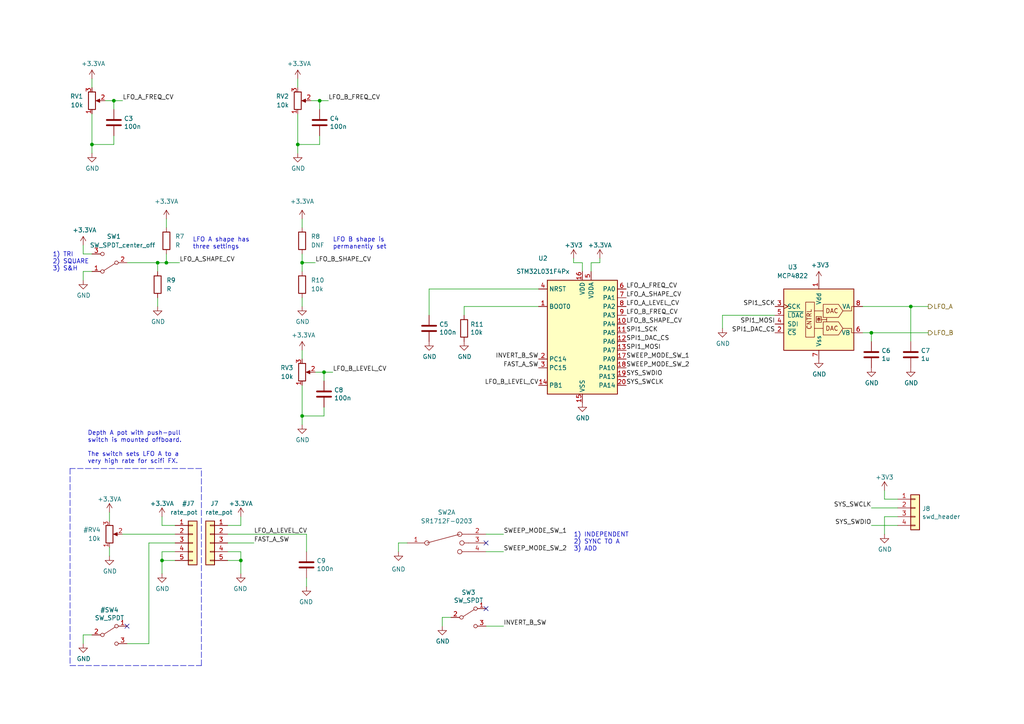
<source format=kicad_sch>
(kicad_sch (version 20211123) (generator eeschema)
  (paper "A4")
  (title_block (title "M.S.M. Stereo Lowpass Filter Pedal") (date "2022-06-07") (comment 2 "creativecommons.org/licenses/by/4.0") (comment 3 "License: CC by 4.0") (comment 4 "Author: Jordan Aceto"))
  (lib_symbols
    (symbol "Analog_DAC:MCP4822" (pin_names (offset 1.016))
      (property "Reference" "U" (at -2.54 10.795 0))
      (property "Value" "MCP4822" (at -2.54 8.89 0))
      (symbol "MCP4822_0_0"
        (polyline (pts (xy 0 -1.778) (xy 0 -0.635)))
        (polyline (pts (xy 0.381 -0.889) (xy 0.508 -0.762)))
        (polyline (pts (xy 2.286 -1.143) (xy 2.286 -1.905)))
        (polyline (pts (xy 0.381 -0.889) (xy -0.381 -0.889) (xy -0.508 -1.016)))
        (polyline (pts (xy 0.762 -1.27) (xy 2.286 -1.27) (xy 2.286 -0.762)))
        (polyline (pts (xy 0 -0.889) (xy 0.508 -1.397) (xy -0.508 -1.397) (xy 0 -0.889)))
        (polyline (pts (xy 6.985 -3.81) (xy 9.525 -3.81) (xy 9.525 -5.08) (xy 10.16 -5.08)))
        (polyline (pts (xy 6.985 1.27) (xy 9.525 1.27) (xy 9.525 2.54) (xy 10.16 2.54)))
        (rectangle (start 0.762 -0.381) (end -0.762 -2.032))
        (text "CNTRL" (at -2.032 -4.191 900) (effects (font (size 1.27 1.27)) (justify left bottom)))
        (text "DAC" (at 3.81 -3.81 0) (effects (font (size 1.27 1.27))))
        (text "DAC" (at 3.81 1.27 0) (effects (font (size 1.27 1.27))))
      )
      (symbol "MCP4822_0_1"
        (rectangle (start -10.16 7.62) (end 10.16 -10.16) (stroke (width 0.254)) (fill (type background)))
        (rectangle (start -1.27 -6.35) (end -3.81 3.81))
        (polyline (pts (xy 1.27 -3.81) (xy -1.27 -3.81)))
        (polyline (pts (xy 1.27 1.27) (xy -1.27 1.27)))
        (polyline (pts (xy 6.985 -3.81) (xy 5.715 -1.905) (xy 1.27 -1.905) (xy 1.27 -5.715) (xy 5.715 -5.715) (xy 6.985 -3.81)))
        (polyline (pts (xy 6.985 1.27) (xy 5.715 3.175) (xy 1.27 3.175) (xy 1.27 -0.635) (xy 5.715 -0.635) (xy 6.985 1.27)))
      )
      (symbol "MCP4822_1_1"
        (pin power_in line (at 0 10.16 270) (length 2.54) (name "Vdd") (number "1"))
        (pin input line (at -12.7 -5.08 0) (length 2.54) (name "~{CS}") (number "2"))
        (pin input clock (at -12.7 2.54 0) (length 2.54) (name "SCK") (number "3"))
        (pin input line (at -12.7 -2.54 0) (length 2.54) (name "SDI") (number "4"))
        (pin input line (at -12.7 0 0) (length 2.54) (name "~{LDAC}") (number "5"))
        (pin output line (at 12.7 -5.08 180) (length 2.54) (name "VB") (number "6"))
        (pin power_in line (at 0 -12.7 90) (length 2.54) (name "Vss") (number "7"))
        (pin output line (at 12.7 2.54 180) (length 2.54) (name "VA") (number "8"))
      )
    )
    (symbol "Connector_Generic:Conn_01x04" (pin_names (offset 1.016) hide)
      (property "Reference" "J" (at 0 5.08 0))
      (property "Value" "Conn_01x04" (at 0 -7.62 0))
      (symbol "Conn_01x04_1_1"
        (rectangle (start -1.27 -4.953) (end 0 -5.207) (stroke (width 0.1524)))
        (rectangle (start -1.27 -2.413) (end 0 -2.667) (stroke (width 0.1524)))
        (rectangle (start -1.27 0.127) (end 0 -0.127) (stroke (width 0.1524)))
        (rectangle (start -1.27 2.667) (end 0 2.413) (stroke (width 0.1524)))
        (rectangle (start -1.27 3.81) (end 1.27 -6.35) (stroke (width 0.254)) (fill (type background)))
        (pin passive line (at -5.08 2.54 0) (length 3.81) (name "Pin_1") (number "1"))
        (pin passive line (at -5.08 0 0) (length 3.81) (name "Pin_2") (number "2"))
        (pin passive line (at -5.08 -2.54 0) (length 3.81) (name "Pin_3") (number "3"))
        (pin passive line (at -5.08 -5.08 0) (length 3.81) (name "Pin_4") (number "4"))
      )
    )
    (symbol "Connector_Generic:Conn_01x05" (pin_names (offset 1.016) hide)
      (property "Reference" "J" (at 0 7.62 0))
      (property "Value" "Conn_01x05" (at 0 -7.62 0))
      (symbol "Conn_01x05_1_1"
        (rectangle (start -1.27 -4.953) (end 0 -5.207) (stroke (width 0.1524)))
        (rectangle (start -1.27 -2.413) (end 0 -2.667) (stroke (width 0.1524)))
        (rectangle (start -1.27 0.127) (end 0 -0.127) (stroke (width 0.1524)))
        (rectangle (start -1.27 2.667) (end 0 2.413) (stroke (width 0.1524)))
        (rectangle (start -1.27 5.207) (end 0 4.953) (stroke (width 0.1524)))
        (rectangle (start -1.27 6.35) (end 1.27 -6.35) (stroke (width 0.254)) (fill (type background)))
        (pin passive line (at -5.08 5.08 0) (length 3.81) (name "Pin_1") (number "1"))
        (pin passive line (at -5.08 2.54 0) (length 3.81) (name "Pin_2") (number "2"))
        (pin passive line (at -5.08 0 0) (length 3.81) (name "Pin_3") (number "3"))
        (pin passive line (at -5.08 -2.54 0) (length 3.81) (name "Pin_4") (number "4"))
        (pin passive line (at -5.08 -5.08 0) (length 3.81) (name "Pin_5") (number "5"))
      )
    )
    (symbol "Device:C" (pin_numbers hide) (pin_names (offset 0.254))
      (property "Reference" "C" (at 0.635 2.54 0))
      (property "Value" "C" (at 0.635 -2.54 0))
      (symbol "C_0_1"
        (polyline (pts (xy -2.032 -0.762) (xy 2.032 -0.762)) (stroke (width 0.508)))
        (polyline (pts (xy -2.032 0.762) (xy 2.032 0.762)) (stroke (width 0.508)))
      )
      (symbol "C_1_1"
        (pin passive line (at 0 3.81 270) (length 2.794) (name "~") (number "1"))
        (pin passive line (at 0 -3.81 90) (length 2.794) (name "~") (number "2"))
      )
    )
    (symbol "Device:R" (pin_numbers hide) (pin_names (offset 0))
      (property "Reference" "R" (at 2.032 0 90))
      (property "Value" "R" (at 0 0 90))
      (symbol "R_0_1"
        (rectangle (start -1.016 -2.54) (end 1.016 2.54) (stroke (width 0.254)))
      )
      (symbol "R_1_1"
        (pin passive line (at 0 3.81 270) (length 1.27) (name "~") (number "1"))
        (pin passive line (at 0 -3.81 90) (length 1.27) (name "~") (number "2"))
      )
    )
    (symbol "Device:R_Potentiometer" (pin_names (offset 1.016) hide)
      (property "Reference" "RV" (at -4.445 0 90))
      (property "Value" "R_Potentiometer" (at -2.54 0 90))
      (symbol "R_Potentiometer_0_1"
        (polyline (pts (xy 2.54 0) (xy 1.524 0)))
        (polyline (pts (xy 1.143 0) (xy 2.286 0.508) (xy 2.286 -0.508) (xy 1.143 0)) (fill (type outline)))
        (rectangle (start 1.016 2.54) (end -1.016 -2.54) (stroke (width 0.254)))
      )
      (symbol "R_Potentiometer_1_1"
        (pin passive line (at 0 3.81 270) (length 1.27) (name "1") (number "1"))
        (pin passive line (at 3.81 0 180) (length 1.27) (name "2") (number "2"))
        (pin passive line (at 0 -3.81 90) (length 1.27) (name "3") (number "3"))
      )
    )
    (symbol "MCU_ST_STM32L0:STM32L031F4Px"
      (property "Reference" "U" (at -10.16 16.51 0))
      (property "Value" "STM32L031F4Px" (at 5.08 16.51 0))
      (symbol "STM32L031F4Px_0_1"
        (rectangle (start -10.16 -17.78) (end 10.16 15.24) (stroke (width 0.254)) (fill (type background)))
      )
      (symbol "STM32L031F4Px_1_1"
        (pin input line (at -12.7 7.62 0) (length 2.54) (name "BOOT0") (number "1"))
        (pin bidirectional line (at 12.7 2.54 180) (length 2.54) (name "PA4") (number "10"))
        (pin bidirectional line (at 12.7 0 180) (length 2.54) (name "PA5") (number "11"))
        (pin bidirectional line (at 12.7 -2.54 180) (length 2.54) (name "PA6") (number "12"))
        (pin bidirectional line (at 12.7 -5.08 180) (length 2.54) (name "PA7") (number "13"))
        (pin bidirectional line (at -12.7 -15.24 0) (length 2.54) (name "PB1") (number "14"))
        (pin power_in line (at 0 -20.32 90) (length 2.54) (name "VSS") (number "15"))
        (pin power_in line (at 0 17.78 270) (length 2.54) (name "VDD") (number "16"))
        (pin bidirectional line (at 12.7 -7.62 180) (length 2.54) (name "PA9") (number "17"))
        (pin bidirectional line (at 12.7 -10.16 180) (length 2.54) (name "PA10") (number "18"))
        (pin bidirectional line (at 12.7 -12.7 180) (length 2.54) (name "PA13") (number "19"))
        (pin bidirectional line (at -12.7 -7.62 0) (length 2.54) (name "PC14") (number "2"))
        (pin bidirectional line (at 12.7 -15.24 180) (length 2.54) (name "PA14") (number "20"))
        (pin bidirectional line (at -12.7 -10.16 0) (length 2.54) (name "PC15") (number "3"))
        (pin input line (at -12.7 12.7 0) (length 2.54) (name "NRST") (number "4"))
        (pin power_in line (at 2.54 17.78 270) (length 2.54) (name "VDDA") (number "5"))
        (pin bidirectional line (at 12.7 12.7 180) (length 2.54) (name "PA0") (number "6"))
        (pin bidirectional line (at 12.7 10.16 180) (length 2.54) (name "PA1") (number "7"))
        (pin bidirectional line (at 12.7 7.62 180) (length 2.54) (name "PA2") (number "8"))
        (pin bidirectional line (at 12.7 5.08 180) (length 2.54) (name "PA3") (number "9"))
      )
    )
    (symbol "Switch:SW_SPDT" (pin_names (offset 0) hide)
      (property "Reference" "SW" (at 0 4.318 0))
      (property "Value" "SW_SPDT" (at 0 -5.08 0))
      (symbol "SW_SPDT_0_0"
        (circle (center -2.032 0) (radius 0.508))
        (circle (center 2.032 -2.54) (radius 0.508))
      )
      (symbol "SW_SPDT_0_1"
        (polyline (pts (xy -1.524 0.254) (xy 1.651 2.286)))
        (circle (center 2.032 2.54) (radius 0.508))
      )
      (symbol "SW_SPDT_1_1"
        (pin passive line (at 5.08 2.54 180) (length 2.54) (name "A") (number "1"))
        (pin passive line (at -5.08 0 0) (length 2.54) (name "B") (number "2"))
        (pin passive line (at 5.08 -2.54 180) (length 2.54) (name "C") (number "3"))
      )
    )
    (symbol "custom_symbols:SR1712F-0203" (pin_names (offset 1.016) hide)
      (property "Reference" "SW" (at 0 5.08 0))
      (property "Value" "SR1712F-0203" (at 0 -5.08 0))
      (symbol "SR1712F-0203_0_0"
        (circle (center -4.445 0) (radius 0.635))
        (polyline (pts (xy -4.445 0) (xy 5.08 2.54)))
        (polyline (pts (xy 5.715 -2.54) (xy 7.62 -2.54)))
        (polyline (pts (xy 5.715 2.54) (xy 7.62 2.54)))
        (polyline (pts (xy 6.35 0) (xy 7.62 0)))
        (circle (center 5.08 -2.54) (radius 0.635))
        (circle (center 5.08 2.54) (radius 0.635))
        (circle (center 5.715 0) (radius 0.635))
      )
      (symbol "SR1712F-0203_1_1"
        (pin passive line (at -10.16 0 0) (length 5.08) (name "1") (number "1"))
        (pin passive line (at 12.7 2.54 180) (length 5.08) (name "2") (number "2"))
        (pin passive line (at 12.7 0 180) (length 5.08) (name "3") (number "3"))
        (pin passive line (at 12.7 -2.54 180) (length 5.08) (name "4") (number "4"))
      )
      (symbol "SR1712F-0203_2_1"
        (pin passive line (at -10.16 0 0) (length 5.08) (name "10") (number "10"))
        (pin passive line (at 12.7 2.54 180) (length 5.08) (name "6") (number "6"))
        (pin passive line (at 12.7 0 180) (length 5.08) (name "7") (number "7"))
        (pin passive line (at 12.7 -2.54 180) (length 5.08) (name "8") (number "8"))
      )
    )
    (symbol "power:+3.3V" (power) (pin_names (offset 0))
      (property "Value" "+3.3V" (at 0 3.556 0))
      (symbol "+3.3V_0_1"
        (polyline (pts (xy -0.762 1.27) (xy 0 2.54)))
        (polyline (pts (xy 0 0) (xy 0 2.54)))
        (polyline (pts (xy 0 2.54) (xy 0.762 1.27)))
      )
      (symbol "+3.3V_1_1"
        (pin power_in line (at 0 0 90) (length 0) hide (name "+3V3") (number "1"))
      )
    )
    (symbol "power:+3.3VA" (power) (pin_names (offset 0))
      (property "Value" "+3.3VA" (at 0 3.556 0))
      (symbol "+3.3VA_0_1"
        (polyline (pts (xy -0.762 1.27) (xy 0 2.54)))
        (polyline (pts (xy 0 0) (xy 0 2.54)))
        (polyline (pts (xy 0 2.54) (xy 0.762 1.27)))
      )
      (symbol "+3.3VA_1_1"
        (pin power_in line (at 0 0 90) (length 0) hide (name "+3.3VA") (number "1"))
      )
    )
    (symbol "power:GND" (power) (pin_names (offset 0))
      (property "Value" "GND" (at 0 -3.81 0))
      (symbol "GND_0_1"
        (polyline (pts (xy 0 0) (xy 0 -1.27) (xy 1.27 -1.27) (xy 0 -2.54) (xy -1.27 -1.27) (xy 0 -1.27)))
      )
      (symbol "GND_1_1"
        (pin power_in line (at 0 0 270) (length 0) hide (name "GND") (number "1"))
      )
    )
  )
  (junction (at 86.36 41.91))
  (junction (at 92.71 29.21))
  (junction (at 87.63 76.2))
  (junction (at 48.26 76.2))
  (junction (at 264.16 88.9))
  (junction (at 87.63 120.65))
  (junction (at 45.72 76.2))
  (junction (at 69.85 162.56))
  (junction (at 93.98 107.95))
  (junction (at 252.73 96.52))
  (junction (at 26.67 41.91))
  (junction (at 33.02 29.21))
  (junction (at 46.99 162.56))
  (no_connect (at 36.83 181.61))
  (no_connect (at 140.97 157.48))
  (no_connect (at 140.97 176.53))
  (polyline (pts (xy 58.42 193.04) (xy 58.42 135.89)))
  (wire (pts (xy 134.62 88.9) (xy 156.21 88.9)))
  (wire (pts (xy 87.63 66.04) (xy 87.63 63.5)))
  (wire (pts (xy 26.67 73.66) (xy 24.13 73.66)))
  (wire (pts (xy 87.63 76.2) (xy 91.44 76.2)))
  (wire (pts (xy 45.72 88.9) (xy 45.72 86.36)))
  (polyline (pts (xy 20.32 193.04) (xy 58.42 193.04)))
  (wire (pts (xy 46.99 160.02) (xy 46.99 162.56)))
  (wire (pts (xy 31.75 148.59) (xy 31.75 151.13)))
  (wire (pts (xy 93.98 120.65) (xy 87.63 120.65)))
  (wire (pts (xy 46.99 160.02) (xy 50.8 160.02)))
  (wire (pts (xy 36.83 186.69) (xy 43.18 186.69)))
  (wire (pts (xy 88.9 167.64) (xy 88.9 170.18)))
  (wire (pts (xy 86.36 41.91) (xy 86.36 33.02)))
  (wire (pts (xy 252.73 99.06) (xy 252.73 96.52)))
  (polyline (pts (xy 58.42 135.89) (xy 20.32 135.89)))
  (wire (pts (xy 252.73 147.32) (xy 260.35 147.32)))
  (wire (pts (xy 92.71 29.21) (xy 90.17 29.21)))
  (wire (pts (xy 92.71 31.75) (xy 92.71 29.21)))
  (wire (pts (xy 46.99 162.56) (xy 46.99 166.37)))
  (wire (pts (xy 87.63 120.65) (xy 87.63 111.76)))
  (wire (pts (xy 48.26 73.66) (xy 48.26 76.2)))
  (wire (pts (xy 24.13 73.66) (xy 24.13 71.12)))
  (wire (pts (xy 252.73 152.4) (xy 260.35 152.4)))
  (wire (pts (xy 115.57 160.02) (xy 115.57 157.48)))
  (wire (pts (xy 66.04 162.56) (xy 69.85 162.56)))
  (wire (pts (xy 24.13 184.15) (xy 26.67 184.15)))
  (polyline (pts (xy 20.32 135.89) (xy 20.32 193.04)))
  (wire (pts (xy 140.97 181.61) (xy 146.05 181.61)))
  (wire (pts (xy 46.99 162.56) (xy 50.8 162.56)))
  (wire (pts (xy 24.13 81.28) (xy 24.13 78.74)))
  (wire (pts (xy 31.75 158.75) (xy 31.75 161.29)))
  (wire (pts (xy 87.63 88.9) (xy 87.63 86.36)))
  (wire (pts (xy 33.02 41.91) (xy 26.67 41.91)))
  (wire (pts (xy 36.83 76.2) (xy 45.72 76.2)))
  (wire (pts (xy 87.63 76.2) (xy 87.63 78.74)))
  (wire (pts (xy 92.71 41.91) (xy 86.36 41.91)))
  (wire (pts (xy 87.63 101.6) (xy 87.63 104.14)))
  (wire (pts (xy 173.99 76.2) (xy 173.99 74.93)))
  (wire (pts (xy 115.57 157.48) (xy 118.11 157.48)))
  (wire (pts (xy 140.97 160.02) (xy 146.05 160.02)))
  (wire (pts (xy 168.91 78.74) (xy 168.91 76.2)))
  (wire (pts (xy 26.67 41.91) (xy 26.67 33.02)))
  (wire (pts (xy 50.8 157.48) (xy 43.18 157.48)))
  (wire (pts (xy 92.71 29.21) (xy 95.25 29.21)))
  (wire (pts (xy 69.85 160.02) (xy 69.85 162.56)))
  (wire (pts (xy 93.98 107.95) (xy 91.44 107.95)))
  (wire (pts (xy 88.9 154.94) (xy 88.9 160.02)))
  (wire (pts (xy 87.63 123.19) (xy 87.63 120.65)))
  (wire (pts (xy 48.26 66.04) (xy 48.26 63.5)))
  (wire (pts (xy 124.46 83.82) (xy 156.21 83.82)))
  (wire (pts (xy 124.46 91.44) (xy 124.46 83.82)))
  (wire (pts (xy 33.02 39.37) (xy 33.02 41.91)))
  (wire (pts (xy 66.04 157.48) (xy 73.66 157.48)))
  (wire (pts (xy 209.55 91.44) (xy 224.79 91.44)))
  (wire (pts (xy 45.72 76.2) (xy 45.72 78.74)))
  (wire (pts (xy 256.54 144.78) (xy 260.35 144.78)))
  (wire (pts (xy 252.73 96.52) (xy 250.19 96.52)))
  (wire (pts (xy 26.67 44.45) (xy 26.67 41.91)))
  (wire (pts (xy 93.98 110.49) (xy 93.98 107.95)))
  (wire (pts (xy 86.36 44.45) (xy 86.36 41.91)))
  (wire (pts (xy 92.71 39.37) (xy 92.71 41.91)))
  (wire (pts (xy 33.02 29.21) (xy 35.56 29.21)))
  (wire (pts (xy 256.54 154.94) (xy 256.54 149.86)))
  (wire (pts (xy 166.37 76.2) (xy 166.37 74.93)))
  (wire (pts (xy 24.13 78.74) (xy 26.67 78.74)))
  (wire (pts (xy 269.24 96.52) (xy 252.73 96.52)))
  (wire (pts (xy 168.91 76.2) (xy 166.37 76.2)))
  (wire (pts (xy 264.16 88.9) (xy 250.19 88.9)))
  (wire (pts (xy 87.63 73.66) (xy 87.63 76.2)))
  (wire (pts (xy 69.85 149.86) (xy 69.85 152.4)))
  (wire (pts (xy 66.04 152.4) (xy 69.85 152.4)))
  (wire (pts (xy 46.99 149.86) (xy 46.99 152.4)))
  (wire (pts (xy 45.72 76.2) (xy 48.26 76.2)))
  (wire (pts (xy 264.16 99.06) (xy 264.16 88.9)))
  (wire (pts (xy 33.02 29.21) (xy 30.48 29.21)))
  (wire (pts (xy 93.98 118.11) (xy 93.98 120.65)))
  (wire (pts (xy 256.54 149.86) (xy 260.35 149.86)))
  (wire (pts (xy 26.67 22.86) (xy 26.67 25.4)))
  (wire (pts (xy 209.55 95.25) (xy 209.55 91.44)))
  (wire (pts (xy 66.04 154.94) (xy 88.9 154.94)))
  (wire (pts (xy 93.98 107.95) (xy 96.52 107.95)))
  (wire (pts (xy 24.13 186.69) (xy 24.13 184.15)))
  (wire (pts (xy 69.85 162.56) (xy 69.85 166.37)))
  (wire (pts (xy 48.26 76.2) (xy 52.07 76.2)))
  (wire (pts (xy 171.45 78.74) (xy 171.45 76.2)))
  (wire (pts (xy 269.24 88.9) (xy 264.16 88.9)))
  (wire (pts (xy 256.54 142.24) (xy 256.54 144.78)))
  (wire (pts (xy 134.62 91.44) (xy 134.62 88.9)))
  (wire (pts (xy 33.02 31.75) (xy 33.02 29.21)))
  (wire (pts (xy 128.27 181.61) (xy 128.27 179.07)))
  (wire (pts (xy 43.18 157.48) (xy 43.18 186.69)))
  (wire (pts (xy 140.97 154.94) (xy 146.05 154.94)))
  (wire (pts (xy 171.45 76.2) (xy 173.99 76.2)))
  (wire (pts (xy 86.36 22.86) (xy 86.36 25.4)))
  (wire (pts (xy 50.8 152.4) (xy 46.99 152.4)))
  (wire (pts (xy 35.56 154.94) (xy 50.8 154.94)))
  (wire (pts (xy 69.85 160.02) (xy 66.04 160.02)))
  (wire (pts (xy 128.27 179.07) (xy 130.81 179.07)))
  (text "1) INDEPENDENT\n2) SYNC TO A\n3) ADD" (at 166.37 160.02 0) (effects (font (size 1.27 1.27)) (justify left bottom)))
  (text "1) TRI\n2) SQUARE\n3) S&H" (at 15.24 78.74 0) (effects (font (size 1.27 1.27)) (justify left bottom)))
  (text "LFO A shape has\nthree settings" (at 55.88 72.39 0) (effects (font (size 1.27 1.27)) (justify left bottom)))
  (text "Depth A pot with push-pull\nswitch is mounted offboard.\n\nThe switch sets LFO A to a\nvery high rate for scifi FX." (at 25.4 134.62 0) (effects (font (size 1.27 1.27)) (justify left bottom)))
  (text "LFO B shape is\npermanently set" (at 96.52 72.39 0) (effects (font (size 1.27 1.27)) (justify left bottom)))
  (label "LFO_B_LEVEL_CV" (at 156.21 111.76 180))
  (label "FAST_A_SW" (at 73.66 157.48 0))
  (label "LFO_A_LEVEL_CV" (at 73.66 154.94 0))
  (label "SWEEP_MODE_SW_2" (at 146.05 160.02 0))
  (label "SWEEP_MODE_SW_1" (at 181.61 104.14 0))
  (label "LFO_A_FREQ_CV" (at 35.56 29.21 0))
  (label "LFO_B_FREQ_CV" (at 95.25 29.21 0))
  (label "LFO_A_FREQ_CV" (at 181.61 83.82 0))
  (label "INVERT_B_SW" (at 146.05 181.61 0))
  (label "SPI1_DAC_CS" (at 181.61 99.06 0))
  (label "SYS_SWCLK" (at 181.61 111.76 0))
  (label "SPI1_MOSI" (at 181.61 101.6 0))
  (label "LFO_B_SHAPE_CV" (at 181.61 93.98 0))
  (label "LFO_A_SHAPE_CV" (at 181.61 86.36 0))
  (label "SPI1_SCK" (at 181.61 96.52 0))
  (label "FAST_A_SW" (at 156.21 106.68 180))
  (label "SYS_SWCLK" (at 252.73 147.32 180))
  (label "LFO_B_LEVEL_CV" (at 96.52 107.95 0))
  (label "SPI1_SCK" (at 224.79 88.9 180))
  (label "LFO_A_LEVEL_CV" (at 181.61 88.9 0))
  (label "LFO_A_SHAPE_CV" (at 52.07 76.2 0))
  (label "SWEEP_MODE_SW_1" (at 146.05 154.94 0))
  (label "SPI1_DAC_CS" (at 224.79 96.52 180))
  (label "SWEEP_MODE_SW_2" (at 181.61 106.68 0))
  (label "SYS_SWDIO" (at 252.73 152.4 180))
  (label "LFO_B_SHAPE_CV" (at 91.44 76.2 0))
  (label "SYS_SWDIO" (at 181.61 109.22 0))
  (label "SPI1_MOSI" (at 224.79 93.98 180))
  (label "INVERT_B_SW" (at 156.21 104.14 180))
  (label "LFO_B_FREQ_CV" (at 181.61 91.44 0))
  (hierarchical_label "LFO_B" (shape output) (at 269.24 96.52 0))
  (hierarchical_label "LFO_A" (shape output) (at 269.24 88.9 0))
  (symbol (lib_id "Switch:SW_SPDT") (at 135.89 179.07 0) (unit 1)
    (property "Reference" "SW3" (at 135.89 171.831 0))
    (property "Value" "SW_SPDT" (at 135.89 174.1424 0))
    (property "Footprint" "custom_footprints:SPDT_mini_toggle" (effects hide))
  )
  (symbol (lib_id "power:+3.3VA") (at 69.85 149.86 0) (unit 1)
    (property "Reference" "#PWR0101" (effects hide))
    (property "Value" "+3.3VA" (at 69.85 146.05 0))
  )
  (symbol (lib_id "power:GND") (at 256.54 154.94 0) (unit 1)
    (property "Reference" "#PWR047" (effects hide))
    (property "Value" "GND" (at 256.667 159.3342 0))
  )
  (symbol (lib_id "Device:C") (at 92.71 35.56 0) (unit 1)
    (property "Reference" "C4" (at 95.631 34.3916 0) (effects (justify left)))
    (property "Value" "100n" (at 95.631 36.703 0) (effects (justify left)))
    (property "Footprint" "Capacitor_SMD:C_0805_2012Metric" (effects hide))
  )
  (symbol (lib_id "power:GND") (at 209.55 95.25 0) (unit 1)
    (property "Reference" "#PWR036" (effects hide))
    (property "Value" "GND" (at 209.677 99.6442 0))
  )
  (symbol (lib_id "power:GND") (at 87.63 88.9 0) (unit 1)
    (property "Reference" "#PWR035" (effects hide))
    (property "Value" "~" (at 87.757 93.2942 0))
  )
  (symbol (lib_id "power:+3.3V") (at 237.49 81.28 0) (unit 1)
    (property "Reference" "#PWR033" (effects hide))
    (property "Value" "+3.3V" (at 237.871 76.8858 0))
  )
  (symbol (lib_id "power:+3.3VA") (at 48.26 63.5 0) (unit 1)
    (property "Reference" "#PWR027" (effects hide))
    (property "Value" "+3.3VA" (at 48.26 58.42 0))
  )
  (symbol (lib_id "Device:C") (at 88.9 163.83 0) (unit 1)
    (property "Reference" "C9" (at 91.821 162.6616 0) (effects (justify left)))
    (property "Value" "100n" (at 91.821 164.973 0) (effects (justify left)))
    (property "Footprint" "Capacitor_SMD:C_0805_2012Metric" (effects hide))
  )
  (symbol (lib_id "Switch:SW_SPDT") (at 31.75 184.15 0) (unit 1) (on_board no)
    (property "Reference" "#SW4" (at 31.75 176.911 0))
    (property "Value" "SW_SPDT" (at 31.75 179.2224 0))
    (property "Footprint" "custom_footprints:SPDT_mini_toggle" (effects hide))
  )
  (symbol (lib_id "power:+3.3VA") (at 87.63 63.5 0) (unit 1)
    (property "Reference" "#PWR028" (effects hide))
    (property "Value" "+3.3VA" (at 87.63 58.42 0))
  )
  (symbol (lib_id "Device:C") (at 93.98 114.3 0) (unit 1)
    (property "Reference" "C8" (at 96.901 113.1316 0) (effects (justify left)))
    (property "Value" "100n" (at 96.901 115.443 0) (effects (justify left)))
    (property "Footprint" "Capacitor_SMD:C_0805_2012Metric" (effects hide))
  )
  (symbol (lib_id "Device:R_Potentiometer") (at 86.36 29.21 0) (mirror x) (unit 1)
    (property "Reference" "RV2" (at 83.82 27.9399 0) (effects (justify right)))
    (property "Value" "10k" (at 83.82 30.4799 0) (effects (justify right)))
    (property "Footprint" "Potentiometer_THT:Potentiometer_Alpha_RD901F-40-00D_Single_Vertical" (effects hide))
  )
  (symbol (lib_id "power:GND") (at 252.73 106.68 0) (unit 1)
    (property "Reference" "#PWR041" (effects hide))
    (property "Value" "GND" (at 252.857 111.0742 0))
  )
  (symbol (lib_id "Device:R_Potentiometer") (at 26.67 29.21 0) (mirror x) (unit 1)
    (property "Reference" "RV1" (at 24.13 27.9399 0) (effects (justify right)))
    (property "Value" "10k" (at 24.13 30.4799 0) (effects (justify right)))
    (property "Footprint" "Potentiometer_THT:Potentiometer_Alpha_RD901F-40-00D_Single_Vertical" (effects hide))
  )
  (symbol (lib_id "power:+3.3VA") (at 173.99 74.93 0) (unit 1)
    (property "Reference" "#PWR031" (effects hide))
    (property "Value" "+3.3VA" (at 173.99 71.12 0))
  )
  (symbol (lib_id "Device:R") (at 134.62 95.25 0) (unit 1)
    (property "Reference" "R11" (at 136.398 94.0816 0) (effects (justify left)))
    (property "Value" "10k" (at 136.398 96.393 0) (effects (justify left)))
    (property "Footprint" "Resistor_SMD:R_0805_2012Metric" (effects hide))
  )
  (symbol (lib_id "MCU_ST_STM32L0:STM32L031F4Px") (at 168.91 96.52 0) (unit 1)
    (property "Reference" "U2" (at 157.48 74.93 0))
    (property "Value" "STM32L031F4Px" (at 157.48 78.74 0))
    (property "Footprint" "Package_SO:TSSOP-20_4.4x6.5mm_P0.65mm" (effects hide))
    (property "Datasheet" "http://www.st.com/st-web-ui/static/active/en/resource/technical/document/datasheet/DM00140359.pdf" (effects hide))
  )
  (symbol (lib_id "power:GND") (at 31.75 161.29 0) (unit 1) (on_board no)
    (property "Reference" "#PWR048" (effects hide))
    (property "Value" "GND" (at 31.877 165.6842 0))
  )
  (symbol (lib_id "power:GND") (at 24.13 81.28 0) (unit 1)
    (property "Reference" "#PWR032" (effects hide))
    (property "Value" "GND" (at 24.257 85.6742 0))
  )
  (symbol (lib_id "power:GND") (at 134.62 99.06 0) (unit 1)
    (property "Reference" "#PWR038" (effects hide))
    (property "Value" "GND" (at 134.747 103.4542 0))
  )
  (symbol (lib_id "power:GND") (at 46.99 166.37 0) (unit 1) (on_board no)
    (property "Reference" "#PWR0102" (effects hide))
    (property "Value" "GND" (at 47.117 170.7642 0))
  )
  (symbol (lib_id "power:GND") (at 24.13 186.69 0) (unit 1) (on_board no)
    (property "Reference" "#PWR050" (effects hide))
    (property "Value" "GND" (at 24.257 191.0842 0))
  )
  (symbol (lib_id "Device:R") (at 87.63 82.55 0) (unit 1)
    (property "Reference" "R10" (at 90.17 81.2799 0) (effects (justify left)))
    (property "Value" "10k" (at 90.17 83.8199 0) (effects (justify left)))
    (property "Footprint" "Resistor_SMD:R_0805_2012Metric" (effects hide))
  )
  (symbol (lib_id "power:GND") (at 237.49 104.14 0) (unit 1)
    (property "Reference" "#PWR040" (effects hide))
    (property "Value" "GND" (at 237.617 108.5342 0))
  )
  (symbol (lib_id "power:GND") (at 87.63 123.19 0) (unit 1)
    (property "Reference" "#PWR044" (effects hide))
    (property "Value" "GND" (at 87.757 127.5842 0))
  )
  (symbol (lib_id "power:+3.3VA") (at 26.67 22.86 0) (unit 1)
    (property "Reference" "#PWR023" (effects hide))
    (property "Value" "+3.3VA" (at 27.051 18.4658 0))
  )
  (symbol (lib_id "Device:R_Potentiometer") (at 31.75 154.94 0) (mirror x) (unit 1) (on_board no)
    (property "Reference" "#RV4" (at 29.21 153.6699 0) (effects (justify right)))
    (property "Value" "10k" (at 29.21 156.2099 0) (effects (justify right)))
  )
  (symbol (lib_id "Device:C") (at 33.02 35.56 0) (unit 1)
    (property "Reference" "C3" (at 35.941 34.3916 0) (effects (justify left)))
    (property "Value" "100n" (at 35.941 36.703 0) (effects (justify left)))
    (property "Footprint" "Capacitor_SMD:C_0805_2012Metric" (effects hide))
  )
  (symbol (lib_id "power:GND") (at 69.85 166.37 0) (mirror y) (unit 1)
    (property "Reference" "#PWR0104" (effects hide))
    (property "Value" "GND" (at 69.723 170.7642 0))
  )
  (symbol (lib_id "Connector_Generic:Conn_01x05") (at 55.88 157.48 0) (unit 1) (on_board no)
    (property "Reference" "#J7" (at 54.61 146.05 0))
    (property "Value" "rate_pot" (at 53.34 148.59 0))
  )
  (symbol (lib_id "power:GND") (at 168.91 116.84 0) (unit 1)
    (property "Reference" "#PWR043" (effects hide))
    (property "Value" "GND" (at 169.037 121.2342 0))
  )
  (symbol (lib_id "Device:C") (at 124.46 95.25 0) (unit 1)
    (property "Reference" "C5" (at 127.381 94.0816 0) (effects (justify left)))
    (property "Value" "100n" (at 127.381 96.393 0) (effects (justify left)))
    (property "Footprint" "Capacitor_SMD:C_0805_2012Metric" (effects hide))
  )
  (symbol (lib_id "power:GND") (at 115.57 160.02 0) (unit 1)
    (property "Reference" "#PWR049" (effects hide))
    (property "Value" "GND" (at 115.57 165.1 0))
  )
  (symbol (lib_id "power:GND") (at 26.67 44.45 0) (unit 1)
    (property "Reference" "#PWR025" (effects hide))
    (property "Value" "GND" (at 26.797 48.8442 0))
  )
  (symbol (lib_id "power:GND") (at 264.16 106.68 0) (unit 1)
    (property "Reference" "#PWR042" (effects hide))
    (property "Value" "GND" (at 264.287 111.0742 0))
  )
  (symbol (lib_id "power:+3.3VA") (at 86.36 22.86 0) (unit 1)
    (property "Reference" "#PWR024" (effects hide))
    (property "Value" "+3.3VA" (at 86.741 18.4658 0))
  )
  (symbol (lib_id "Switch:SW_SPDT") (at 31.75 76.2 180) (unit 1)
    (property "Reference" "SW1" (at 33.02 68.58 0))
    (property "Value" "SW_SPDT_center_off" (at 35.56 71.12 0))
    (property "Footprint" "custom_footprints:SPDT_mini_toggle" (effects hide))
  )
  (symbol (lib_id "Device:R_Potentiometer") (at 87.63 107.95 0) (mirror x) (unit 1)
    (property "Reference" "RV3" (at 85.09 106.6799 0) (effects (justify right)))
    (property "Value" "10k" (at 85.09 109.2199 0) (effects (justify right)))
    (property "Footprint" "Potentiometer_THT:Potentiometer_Alpha_RD901F-40-00D_Single_Vertical" (effects hide))
  )
  (symbol (lib_id "power:+3.3V") (at 256.54 142.24 0) (unit 1)
    (property "Reference" "#PWR046" (effects hide))
    (property "Value" "+3.3V" (at 256.54 138.43 0))
  )
  (symbol (lib_id "power:GND") (at 124.46 99.06 0) (unit 1)
    (property "Reference" "#PWR037" (effects hide))
    (property "Value" "GND" (at 124.587 103.4542 0))
  )
  (symbol (lib_id "Device:R") (at 48.26 69.85 0) (unit 1)
    (property "Reference" "R7" (at 50.8 68.5799 0) (effects (justify left)))
    (property "Value" "R" (at 50.8 71.1199 0) (effects (justify left)))
    (property "Footprint" "Resistor_SMD:R_0805_2012Metric" (effects hide))
  )
  (symbol (lib_id "Device:C") (at 264.16 102.87 0) (unit 1)
    (property "Reference" "C7" (at 267.081 101.7016 0) (effects (justify left)))
    (property "Value" "1u" (at 267.081 104.013 0) (effects (justify left)))
    (property "Footprint" "Capacitor_SMD:C_0805_2012Metric" (effects hide))
  )
  (symbol (lib_id "power:+3.3V") (at 166.37 74.93 0) (unit 1)
    (property "Reference" "#PWR030" (effects hide))
    (property "Value" "+3.3V" (at 166.37 71.12 0))
  )
  (symbol (lib_id "Connector_Generic:Conn_01x05") (at 60.96 157.48 0) (mirror y) (unit 1)
    (property "Reference" "J7" (at 62.23 146.05 0))
    (property "Value" "rate_pot" (at 63.5 148.59 0))
    (property "Footprint" "Connector_Molex:Molex_KK-254_AE-6410-05A_1x05_P2.54mm_Vertical" (effects hide))
  )
  (symbol (lib_id "power:GND") (at 45.72 88.9 0) (unit 1)
    (property "Reference" "#PWR034" (effects hide))
    (property "Value" "GND" (at 45.847 93.2942 0))
  )
  (symbol (lib_id "power:+3.3VA") (at 46.99 149.86 0) (mirror y) (unit 1) (on_board no)
    (property "Reference" "#PWR0103" (effects hide))
    (property "Value" "+3.3VA" (at 46.99 146.05 0))
  )
  (symbol (lib_id "power:+3.3VA") (at 31.75 148.59 0) (unit 1) (on_board no)
    (property "Reference" "#PWR045" (effects hide))
    (property "Value" "+3.3VA" (at 31.75 144.78 0))
  )
  (symbol (lib_id "Connector_Generic:Conn_01x04") (at 265.43 147.32 0) (unit 1)
    (property "Reference" "J8" (at 267.462 147.5232 0) (effects (justify left)))
    (property "Value" "swd_header" (at 267.462 149.8346 0) (effects (justify left)))
    (property "Footprint" "Connector_PinHeader_2.54mm:PinHeader_1x04_P2.54mm_Vertical" (effects hide))
  )
  (symbol (lib_id "Device:R") (at 87.63 69.85 0) (unit 1)
    (property "Reference" "R8" (at 90.17 68.5799 0) (effects (justify left)))
    (property "Value" "DNF" (at 90.17 71.1199 0) (effects (justify left)))
    (property "Footprint" "Resistor_SMD:R_0805_2012Metric" (effects hide))
  )
  (symbol (lib_id "Analog_DAC:MCP4822") (at 237.49 91.44 0) (unit 1)
    (property "Reference" "U3" (at 229.87 77.47 0))
    (property "Value" "MCP4822" (at 229.87 80.01 0))
    (property "Footprint" "Package_SO:TSSOP-8_3x3mm_P0.65mm" (effects hide))
    (property "Datasheet" "http://ww1.microchip.com/downloads/en/DeviceDoc/20002249B.pdf" (effects hide))
  )
  (symbol (lib_id "Device:C") (at 252.73 102.87 0) (unit 1)
    (property "Reference" "C6" (at 255.651 101.7016 0) (effects (justify left)))
    (property "Value" "1u" (at 255.651 104.013 0) (effects (justify left)))
    (property "Footprint" "Capacitor_SMD:C_0805_2012Metric" (effects hide))
  )
  (symbol (lib_id "Device:R") (at 45.72 82.55 0) (unit 1)
    (property "Reference" "R9" (at 48.26 81.2799 0) (effects (justify left)))
    (property "Value" "R" (at 48.26 83.8199 0) (effects (justify left)))
    (property "Footprint" "Resistor_SMD:R_0805_2012Metric" (effects hide))
  )
  (symbol (lib_id "power:GND") (at 86.36 44.45 0) (unit 1)
    (property "Reference" "#PWR026" (effects hide))
    (property "Value" "GND" (at 86.487 48.8442 0))
  )
  (symbol (lib_id "power:+3.3VA") (at 87.63 101.6 0) (unit 1)
    (property "Reference" "#PWR039" (effects hide))
    (property "Value" "+3.3VA" (at 88.011 97.2058 0))
  )
  (symbol (lib_id "power:GND") (at 88.9 170.18 0) (mirror y) (unit 1)
    (property "Reference" "#PWR0105" (effects hide))
    (property "Value" "GND" (at 88.773 174.5742 0))
  )
  (symbol (lib_id "power:+3.3VA") (at 24.13 71.12 0) (unit 1)
    (property "Reference" "#PWR029" (effects hide))
    (property "Value" "+3.3VA" (at 24.511 66.7258 0))
  )
  (symbol (lib_id "power:GND") (at 128.27 181.61 0) (unit 1)
    (property "Reference" "#PWR051" (effects hide))
    (property "Value" "GND" (at 128.397 186.0042 0))
  )
  (symbol (lib_id "custom_symbols:SR1712F-0203") (at 128.27 157.48 0) (unit 1)
    (property "Reference" "SW2" (at 129.54 148.59 0))
    (property "Value" "SR1712F-0203" (at 129.54 151.13 0))
    (property "Footprint" "custom_footprints:SR1712F_rotary_switch" (effects hide))
  )
)
</source>
